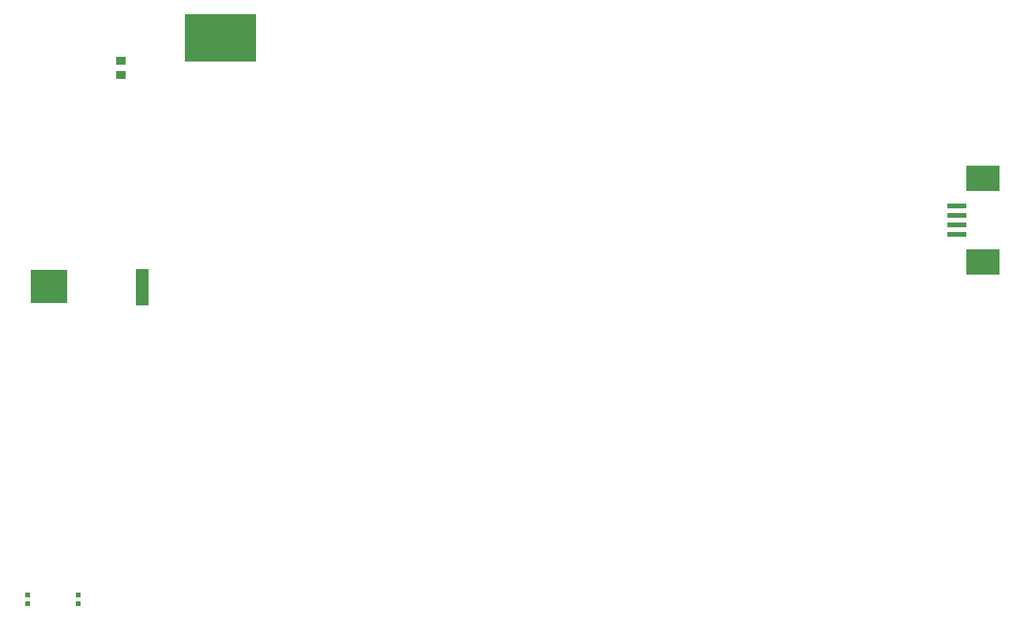
<source format=gbp>
G04 #@! TF.FileFunction,Paste,Bot*
%FSLAX46Y46*%
G04 Gerber Fmt 4.6, Leading zero omitted, Abs format (unit mm)*
G04 Created by KiCad (PCBNEW 4.0.1-3.201512221402+6198~38~ubuntu14.04.1-stable) date Mon 18 Jan 2016 08:14:31 PM CET*
%MOMM*%
G01*
G04 APERTURE LIST*
%ADD10C,0.100000*%
%ADD11R,0.620000X0.620000*%
%ADD12R,1.000000X0.950000*%
%ADD13R,1.350000X4.000000*%
%ADD14R,3.960000X3.560000*%
%ADD15R,7.620000X5.080000*%
%ADD16R,3.600000X2.680000*%
%ADD17R,2.000000X0.610000*%
G04 APERTURE END LIST*
D10*
D11*
X100500000Y-122550000D03*
X100500000Y-123450000D03*
X95000000Y-122550000D03*
X95000000Y-123450000D03*
D12*
X105000000Y-65200000D03*
X105000000Y-66800000D03*
D13*
X107275000Y-89500000D03*
D14*
X97300000Y-89420000D03*
D15*
X115700000Y-62800000D03*
D16*
X197400000Y-86840000D03*
D17*
X194600000Y-80850000D03*
X194600000Y-81850000D03*
X194600000Y-82850000D03*
X194600000Y-83850000D03*
D16*
X197400000Y-77860000D03*
M02*

</source>
